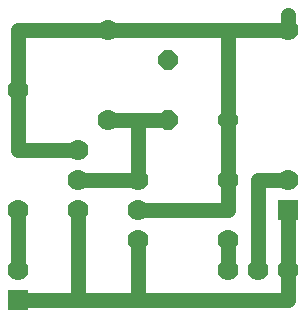
<source format=gbl>
G75*
%MOIN*%
%OFA0B0*%
%FSLAX25Y25*%
%IPPOS*%
%LPD*%
%AMOC8*
5,1,8,0,0,1.08239X$1,22.5*
%
%ADD10R,0.07000X0.07000*%
%ADD11C,0.07000*%
%ADD12OC8,0.06496*%
%ADD13C,0.05000*%
D10*
X0011000Y0030337D03*
X0101000Y0060337D03*
D11*
X0101000Y0070337D03*
X0081000Y0070337D03*
X0081000Y0050337D03*
X0081000Y0040337D03*
X0091000Y0040337D03*
X0101000Y0040337D03*
X0051000Y0050337D03*
X0051000Y0060337D03*
X0051000Y0070337D03*
X0041000Y0090337D03*
X0031000Y0080337D03*
X0031000Y0070337D03*
X0031000Y0060337D03*
X0011000Y0060337D03*
X0011000Y0040337D03*
X0011000Y0100337D03*
X0041000Y0120337D03*
X0101000Y0120337D03*
D12*
X0081000Y0090337D03*
X0061000Y0090337D03*
X0061000Y0110337D03*
D13*
X0061000Y0090337D02*
X0041000Y0090337D01*
X0051000Y0090337D01*
X0051000Y0070337D01*
X0031000Y0070337D01*
X0031000Y0060337D02*
X0031000Y0030337D01*
X0051000Y0030337D01*
X0051000Y0050337D01*
X0051000Y0060337D02*
X0081000Y0060337D01*
X0081000Y0070337D01*
X0081000Y0080337D01*
X0081000Y0090337D01*
X0081000Y0120337D01*
X0101000Y0120337D01*
X0101000Y0125337D01*
X0081000Y0120337D02*
X0041000Y0120337D01*
X0011000Y0120337D01*
X0011000Y0100337D01*
X0011000Y0080337D01*
X0031000Y0080337D01*
X0031000Y0060337D02*
X0031000Y0050337D01*
X0031000Y0030337D02*
X0011000Y0030337D01*
X0011000Y0040337D02*
X0011000Y0060337D01*
X0051000Y0030337D02*
X0101000Y0030337D01*
X0101000Y0040337D01*
X0101000Y0060337D01*
X0101000Y0070337D02*
X0091000Y0070337D01*
X0091000Y0040337D01*
X0081000Y0040337D02*
X0081000Y0050337D01*
M02*

</source>
